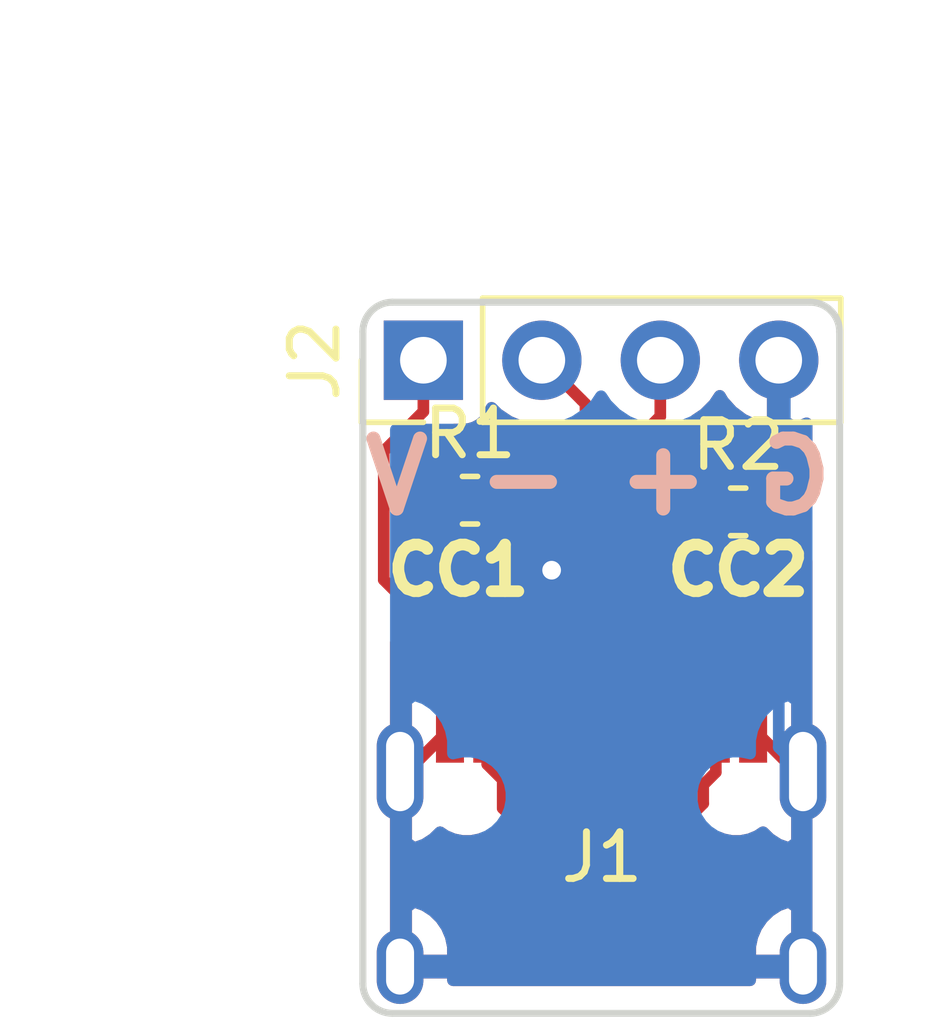
<source format=kicad_pcb>
(kicad_pcb (version 20171130) (host pcbnew "(5.1.5)-2")

  (general
    (thickness 1.6)
    (drawings 11)
    (tracks 59)
    (zones 0)
    (modules 4)
    (nets 9)
  )

  (page A4)
  (layers
    (0 F.Cu signal)
    (31 B.Cu signal)
    (32 B.Adhes user)
    (33 F.Adhes user)
    (34 B.Paste user)
    (35 F.Paste user)
    (36 B.SilkS user)
    (37 F.SilkS user)
    (38 B.Mask user)
    (39 F.Mask user hide)
    (40 Dwgs.User user)
    (41 Cmts.User user)
    (42 Eco1.User user)
    (43 Eco2.User user)
    (44 Edge.Cuts user)
    (45 Margin user)
    (46 B.CrtYd user)
    (47 F.CrtYd user)
    (48 B.Fab user)
    (49 F.Fab user)
  )

  (setup
    (last_trace_width 0.25)
    (trace_clearance 0.2)
    (zone_clearance 0.508)
    (zone_45_only no)
    (trace_min 0.2)
    (via_size 0.8)
    (via_drill 0.4)
    (via_min_size 0.4)
    (via_min_drill 0.3)
    (uvia_size 0.3)
    (uvia_drill 0.1)
    (uvias_allowed no)
    (uvia_min_size 0.2)
    (uvia_min_drill 0.1)
    (edge_width 0.15)
    (segment_width 0.2)
    (pcb_text_width 0.3)
    (pcb_text_size 1.5 1.5)
    (mod_edge_width 0.15)
    (mod_text_size 1 1)
    (mod_text_width 0.15)
    (pad_size 1 1.6)
    (pad_drill 0.6)
    (pad_to_mask_clearance 0.0508)
    (solder_mask_min_width 0.2032)
    (aux_axis_origin 0 0)
    (visible_elements 7FFFFFFF)
    (pcbplotparams
      (layerselection 0x010f0_ffffffff)
      (usegerberextensions true)
      (usegerberattributes false)
      (usegerberadvancedattributes false)
      (creategerberjobfile false)
      (excludeedgelayer true)
      (linewidth 0.100000)
      (plotframeref false)
      (viasonmask false)
      (mode 1)
      (useauxorigin false)
      (hpglpennumber 1)
      (hpglpenspeed 20)
      (hpglpendiameter 15.000000)
      (psnegative false)
      (psa4output false)
      (plotreference true)
      (plotvalue true)
      (plotinvisibletext false)
      (padsonsilk false)
      (subtractmaskfromsilk false)
      (outputformat 1)
      (mirror false)
      (drillshape 0)
      (scaleselection 1)
      (outputdirectory "gerber/"))
  )

  (net 0 "")
  (net 1 GND)
  (net 2 "Net-(J1-PadA4)")
  (net 3 "Net-(J1-PadA5)")
  (net 4 "Net-(J1-PadA6)")
  (net 5 "Net-(J1-PadA7)")
  (net 6 "Net-(J1-PadA8)")
  (net 7 "Net-(J1-PadB5)")
  (net 8 "Net-(J1-PadB8)")

  (net_class Default "This is the default net class."
    (clearance 0.2)
    (trace_width 0.25)
    (via_dia 0.8)
    (via_drill 0.4)
    (uvia_dia 0.3)
    (uvia_drill 0.1)
    (add_net GND)
    (add_net "Net-(J1-PadA4)")
    (add_net "Net-(J1-PadA5)")
    (add_net "Net-(J1-PadA6)")
    (add_net "Net-(J1-PadA7)")
    (add_net "Net-(J1-PadA8)")
    (add_net "Net-(J1-PadB5)")
    (add_net "Net-(J1-PadB8)")
  )

  (module Connector_PinHeader_2.54mm:PinHeader_1x04_P2.54mm_Vertical (layer F.Cu) (tedit 59FED5CC) (tstamp 5C4641F3)
    (at 125.25 81 90)
    (descr "Through hole straight pin header, 1x04, 2.54mm pitch, single row")
    (tags "Through hole pin header THT 1x04 2.54mm single row")
    (path /5C3A0378)
    (fp_text reference J2 (at 0 -2.33 90) (layer F.SilkS)
      (effects (font (size 1 1) (thickness 0.15)))
    )
    (fp_text value Conn_01x04_Female (at 0 9.95 90) (layer F.Fab)
      (effects (font (size 1 1) (thickness 0.15)))
    )
    (fp_line (start -0.635 -1.27) (end 1.27 -1.27) (layer F.Fab) (width 0.1))
    (fp_line (start 1.27 -1.27) (end 1.27 8.89) (layer F.Fab) (width 0.1))
    (fp_line (start 1.27 8.89) (end -1.27 8.89) (layer F.Fab) (width 0.1))
    (fp_line (start -1.27 8.89) (end -1.27 -0.635) (layer F.Fab) (width 0.1))
    (fp_line (start -1.27 -0.635) (end -0.635 -1.27) (layer F.Fab) (width 0.1))
    (fp_line (start -1.33 8.95) (end 1.33 8.95) (layer F.SilkS) (width 0.12))
    (fp_line (start -1.33 1.27) (end -1.33 8.95) (layer F.SilkS) (width 0.12))
    (fp_line (start 1.33 1.27) (end 1.33 8.95) (layer F.SilkS) (width 0.12))
    (fp_line (start -1.33 1.27) (end 1.33 1.27) (layer F.SilkS) (width 0.12))
    (fp_line (start -1.33 0) (end -1.33 -1.33) (layer F.SilkS) (width 0.12))
    (fp_line (start -1.33 -1.33) (end 0 -1.33) (layer F.SilkS) (width 0.12))
    (fp_line (start -1.8 -1.8) (end -1.8 9.4) (layer F.CrtYd) (width 0.05))
    (fp_line (start -1.8 9.4) (end 1.8 9.4) (layer F.CrtYd) (width 0.05))
    (fp_line (start 1.8 9.4) (end 1.8 -1.8) (layer F.CrtYd) (width 0.05))
    (fp_line (start 1.8 -1.8) (end -1.8 -1.8) (layer F.CrtYd) (width 0.05))
    (fp_text user %R (at 0 3.81 180) (layer F.Fab)
      (effects (font (size 1 1) (thickness 0.15)))
    )
    (pad 1 thru_hole rect (at 0 0 90) (size 1.7 1.7) (drill 1) (layers *.Cu *.Mask)
      (net 2 "Net-(J1-PadA4)"))
    (pad 2 thru_hole oval (at 0 2.54 90) (size 1.7 1.7) (drill 1) (layers *.Cu *.Mask)
      (net 5 "Net-(J1-PadA7)"))
    (pad 3 thru_hole oval (at 0 5.08 90) (size 1.7 1.7) (drill 1) (layers *.Cu *.Mask)
      (net 4 "Net-(J1-PadA6)"))
    (pad 4 thru_hole oval (at 0 7.62 90) (size 1.7 1.7) (drill 1) (layers *.Cu *.Mask)
      (net 1 GND))
    (model ${KISYS3DMOD}/Connector_PinHeader_2.54mm.3dshapes/PinHeader_1x04_P2.54mm_Vertical.wrl
      (at (xyz 0 0 0))
      (scale (xyz 1 1 1))
      (rotate (xyz 0 0 0))
    )
  )

  (module Resistor_SMD:R_0603_1608Metric (layer F.Cu) (tedit 5B301BBD) (tstamp 5C464204)
    (at 126.25 84)
    (descr "Resistor SMD 0603 (1608 Metric), square (rectangular) end terminal, IPC_7351 nominal, (Body size source: http://www.tortai-tech.com/upload/download/2011102023233369053.pdf), generated with kicad-footprint-generator")
    (tags resistor)
    (path /5C3A054B)
    (attr smd)
    (fp_text reference R1 (at 0 -1.43) (layer F.SilkS)
      (effects (font (size 1 1) (thickness 0.15)))
    )
    (fp_text value 5.1k (at 0 1.43) (layer F.Fab)
      (effects (font (size 1 1) (thickness 0.15)))
    )
    (fp_line (start -0.8 0.4) (end -0.8 -0.4) (layer F.Fab) (width 0.1))
    (fp_line (start -0.8 -0.4) (end 0.8 -0.4) (layer F.Fab) (width 0.1))
    (fp_line (start 0.8 -0.4) (end 0.8 0.4) (layer F.Fab) (width 0.1))
    (fp_line (start 0.8 0.4) (end -0.8 0.4) (layer F.Fab) (width 0.1))
    (fp_line (start -0.162779 -0.51) (end 0.162779 -0.51) (layer F.SilkS) (width 0.12))
    (fp_line (start -0.162779 0.51) (end 0.162779 0.51) (layer F.SilkS) (width 0.12))
    (fp_line (start -1.48 0.73) (end -1.48 -0.73) (layer F.CrtYd) (width 0.05))
    (fp_line (start -1.48 -0.73) (end 1.48 -0.73) (layer F.CrtYd) (width 0.05))
    (fp_line (start 1.48 -0.73) (end 1.48 0.73) (layer F.CrtYd) (width 0.05))
    (fp_line (start 1.48 0.73) (end -1.48 0.73) (layer F.CrtYd) (width 0.05))
    (fp_text user %R (at 0 0) (layer F.Fab)
      (effects (font (size 0.4 0.4) (thickness 0.06)))
    )
    (pad 1 smd roundrect (at -0.7875 0) (size 0.875 0.95) (layers F.Cu F.Paste F.Mask) (roundrect_rratio 0.25)
      (net 3 "Net-(J1-PadA5)"))
    (pad 2 smd roundrect (at 0.7875 0) (size 0.875 0.95) (layers F.Cu F.Paste F.Mask) (roundrect_rratio 0.25)
      (net 1 GND))
    (model ${KISYS3DMOD}/Resistor_SMD.3dshapes/R_0603_1608Metric.wrl
      (at (xyz 0 0 0))
      (scale (xyz 1 1 1))
      (rotate (xyz 0 0 0))
    )
  )

  (module Resistor_SMD:R_0603_1608Metric (layer F.Cu) (tedit 5B301BBD) (tstamp 5C464215)
    (at 132 84.25)
    (descr "Resistor SMD 0603 (1608 Metric), square (rectangular) end terminal, IPC_7351 nominal, (Body size source: http://www.tortai-tech.com/upload/download/2011102023233369053.pdf), generated with kicad-footprint-generator")
    (tags resistor)
    (path /5C3A05BA)
    (attr smd)
    (fp_text reference R2 (at 0 -1.43) (layer F.SilkS)
      (effects (font (size 1 1) (thickness 0.15)))
    )
    (fp_text value 5.1k (at 0 1.43) (layer F.Fab)
      (effects (font (size 1 1) (thickness 0.15)))
    )
    (fp_text user %R (at 0 0) (layer F.Fab)
      (effects (font (size 0.4 0.4) (thickness 0.06)))
    )
    (fp_line (start 1.48 0.73) (end -1.48 0.73) (layer F.CrtYd) (width 0.05))
    (fp_line (start 1.48 -0.73) (end 1.48 0.73) (layer F.CrtYd) (width 0.05))
    (fp_line (start -1.48 -0.73) (end 1.48 -0.73) (layer F.CrtYd) (width 0.05))
    (fp_line (start -1.48 0.73) (end -1.48 -0.73) (layer F.CrtYd) (width 0.05))
    (fp_line (start -0.162779 0.51) (end 0.162779 0.51) (layer F.SilkS) (width 0.12))
    (fp_line (start -0.162779 -0.51) (end 0.162779 -0.51) (layer F.SilkS) (width 0.12))
    (fp_line (start 0.8 0.4) (end -0.8 0.4) (layer F.Fab) (width 0.1))
    (fp_line (start 0.8 -0.4) (end 0.8 0.4) (layer F.Fab) (width 0.1))
    (fp_line (start -0.8 -0.4) (end 0.8 -0.4) (layer F.Fab) (width 0.1))
    (fp_line (start -0.8 0.4) (end -0.8 -0.4) (layer F.Fab) (width 0.1))
    (pad 2 smd roundrect (at 0.7875 0) (size 0.875 0.95) (layers F.Cu F.Paste F.Mask) (roundrect_rratio 0.25)
      (net 1 GND))
    (pad 1 smd roundrect (at -0.7875 0) (size 0.875 0.95) (layers F.Cu F.Paste F.Mask) (roundrect_rratio 0.25)
      (net 7 "Net-(J1-PadB5)"))
    (model ${KISYS3DMOD}/Resistor_SMD.3dshapes/R_0603_1608Metric.wrl
      (at (xyz 0 0 0))
      (scale (xyz 1 1 1))
      (rotate (xyz 0 0 0))
    )
  )

  (module misc_footprints:TYPE-C-31-M-12 (layer F.Cu) (tedit 5D75DCEA) (tstamp 5D826A9D)
    (at 129.07 88.9)
    (path /5D75DF33)
    (fp_text reference J1 (at 0.01016 2.75082) (layer F.SilkS)
      (effects (font (size 1 1) (thickness 0.15)))
    )
    (fp_text value USB_C_Receptacle_USB2.0 (at -2.8448 -3.63474) (layer F.Fab)
      (effects (font (size 1 1) (thickness 0.15)))
    )
    (pad A4|B9 smd rect (at -2.45 0) (size 0.6 1.45) (layers F.Cu F.Paste F.Mask)
      (net 2 "Net-(J1-PadA4)"))
    (pad B8 smd rect (at -1.75 0) (size 0.3 1.45) (layers F.Cu F.Paste F.Mask)
      (net 8 "Net-(J1-PadB8)"))
    (pad A5 smd rect (at -1.25 0) (size 0.3 1.45) (layers F.Cu F.Paste F.Mask)
      (net 3 "Net-(J1-PadA5)"))
    (pad B7 smd rect (at -0.75 0) (size 0.3 1.45) (layers F.Cu F.Paste F.Mask)
      (net 5 "Net-(J1-PadA7)"))
    (pad A6 smd rect (at -0.25 0) (size 0.3 1.45) (layers F.Cu F.Paste F.Mask)
      (net 4 "Net-(J1-PadA6)"))
    (pad A7 smd rect (at 0.25 0) (size 0.3 1.45) (layers F.Cu F.Paste F.Mask)
      (net 5 "Net-(J1-PadA7)"))
    (pad B6 smd rect (at 0.75 0) (size 0.3 1.45) (layers F.Cu F.Paste F.Mask)
      (net 4 "Net-(J1-PadA6)"))
    (pad A8 smd rect (at 1.25 0) (size 0.3 1.45) (layers F.Cu F.Paste F.Mask)
      (net 6 "Net-(J1-PadA8)"))
    (pad B5 smd rect (at 1.75 0) (size 0.3 1.45) (layers F.Cu F.Paste F.Mask)
      (net 7 "Net-(J1-PadB5)"))
    (pad B4|A9 smd rect (at 2.45 0) (size 0.6 1.45) (layers F.Cu F.Paste F.Mask)
      (net 2 "Net-(J1-PadA4)"))
    (pad B1|A12 smd rect (at 3.25 0) (size 0.6 1.45) (layers F.Cu F.Paste F.Mask)
      (net 1 GND))
    (pad A1|B12 smd rect (at -3.25 0) (size 0.6 1.45) (layers F.Cu F.Paste F.Mask)
      (net 1 GND))
    (pad GND thru_hole oval (at 4.32 5.095) (size 1 1.6) (drill oval 0.6 1.2) (layers *.Cu *.Mask)
      (net 1 GND))
    (pad GND thru_hole oval (at 4.32 0.915) (size 1 2.1) (drill oval 0.6 1.7) (layers *.Cu *.Mask)
      (net 1 GND))
    (pad GND thru_hole oval (at -4.32 0.915) (size 1 2.1) (drill oval 0.6 1.7) (layers *.Cu *.Mask)
      (net 1 GND))
    (pad GND thru_hole oval (at -4.32 5.095) (size 1 1.6) (drill oval 0.6 1.2) (layers *.Cu *.Mask)
      (net 1 GND))
    (pad "" np_thru_hole circle (at 2.89 1.445) (size 0.65 0.65) (drill 0.65) (layers *.Cu *.Mask))
    (pad "" np_thru_hole circle (at -2.89 1.445) (size 0.65 0.65) (drill 0.65) (layers *.Cu *.Mask))
  )

  (gr_arc (start 133.5405 80.391) (end 134.1755 80.391) (angle -90) (layer Edge.Cuts) (width 0.15) (tstamp 5D826E40))
  (gr_arc (start 124.587 80.391) (end 124.587 79.756) (angle -90) (layer Edge.Cuts) (width 0.15) (tstamp 5D826E40))
  (gr_arc (start 124.587 94.361) (end 123.952 94.361) (angle -90) (layer Edge.Cuts) (width 0.15) (tstamp 5D826E40))
  (gr_arc (start 133.5405 94.361) (end 133.5405 94.996) (angle -90) (layer Edge.Cuts) (width 0.15))
  (gr_line (start 133.5405 79.756) (end 124.587 79.756) (layer Edge.Cuts) (width 0.15))
  (gr_line (start 134.1755 94.361) (end 134.1755 80.391) (layer Edge.Cuts) (width 0.15))
  (gr_line (start 124.587 94.996) (end 133.5405 94.996) (layer Edge.Cuts) (width 0.15))
  (gr_line (start 123.952 80.391) (end 123.952 94.361) (layer Edge.Cuts) (width 0.15))
  (gr_text CC2 (at 132 85.5) (layer F.SilkS)
    (effects (font (size 1 1) (thickness 0.25)))
  )
  (gr_text CC1 (at 126 85.5) (layer F.SilkS)
    (effects (font (size 1 1) (thickness 0.25)))
  )
  (gr_text "G + - V" (at 129 83.5) (layer B.SilkS)
    (effects (font (size 1.5 1.5) (thickness 0.3)) (justify mirror))
  )

  (segment (start 132.87 84.1675) (end 132.7875 84.25) (width 0.25) (layer F.Cu) (net 1))
  (segment (start 132.87 81) (end 132.87 84.1675) (width 0.25) (layer F.Cu) (net 1))
  (segment (start 127.575 84) (end 128 84.425) (width 0.25) (layer F.Cu) (net 1))
  (segment (start 127.0375 84) (end 127.575 84) (width 0.25) (layer F.Cu) (net 1))
  (segment (start 128 84.425) (end 128 85.5) (width 0.25) (layer F.Cu) (net 1))
  (segment (start 128 85.5) (end 128 85.5) (width 0.25) (layer F.Cu) (net 1) (tstamp 5D826CEF))
  (via (at 128 85.5) (size 0.8) (drill 0.4) (layers F.Cu B.Cu) (net 1))
  (segment (start 128 85.5) (end 131.65 85.5) (width 0.25) (layer B.Cu) (net 1))
  (segment (start 132.87 84.28) (end 132.87 81) (width 0.25) (layer B.Cu) (net 1))
  (segment (start 131.65 85.5) (end 132.87 84.28) (width 0.25) (layer B.Cu) (net 1))
  (segment (start 132.87 89.295) (end 133.39 89.815) (width 0.25) (layer B.Cu) (net 1))
  (segment (start 132.87 81) (end 132.87 89.295) (width 0.25) (layer B.Cu) (net 1))
  (segment (start 133.39 91.115) (end 133.39 93.995) (width 0.25) (layer B.Cu) (net 1))
  (segment (start 133.39 89.815) (end 133.39 91.115) (width 0.25) (layer B.Cu) (net 1))
  (segment (start 124.75 91.115) (end 124.75 93.995) (width 0.25) (layer B.Cu) (net 1))
  (segment (start 124.75 89.815) (end 124.75 91.115) (width 0.25) (layer B.Cu) (net 1))
  (segment (start 124.75 93.995) (end 133.39 93.995) (width 0.25) (layer B.Cu) (net 1))
  (segment (start 133.235 89.815) (end 132.32 88.9) (width 0.25) (layer F.Cu) (net 1))
  (segment (start 133.39 89.815) (end 133.235 89.815) (width 0.25) (layer F.Cu) (net 1))
  (segment (start 124.905 89.815) (end 125.82 88.9) (width 0.25) (layer F.Cu) (net 1))
  (segment (start 124.75 89.815) (end 124.905 89.815) (width 0.25) (layer F.Cu) (net 1))
  (segment (start 126.62 89.660002) (end 126.62 88.9) (width 0.25) (layer F.Cu) (net 2))
  (segment (start 126.95 90.6) (end 126.95 89.990002) (width 0.25) (layer F.Cu) (net 2))
  (segment (start 126.95 89.990002) (end 126.62 89.660002) (width 0.25) (layer F.Cu) (net 2))
  (segment (start 131.52 89.83) (end 131.25 90.1) (width 0.25) (layer F.Cu) (net 2))
  (segment (start 131.52 88.9) (end 131.52 89.83) (width 0.25) (layer F.Cu) (net 2))
  (segment (start 131.25 90.1) (end 131.25 90.5) (width 0.25) (layer F.Cu) (net 2))
  (segment (start 131.25 90.5) (end 131 90.75) (width 0.25) (layer F.Cu) (net 2))
  (segment (start 127.1 90.75) (end 126.95 90.6) (width 0.25) (layer F.Cu) (net 2))
  (segment (start 131 90.75) (end 127.1 90.75) (width 0.25) (layer F.Cu) (net 2))
  (segment (start 126.62 87.925) (end 124.4 85.705) (width 0.25) (layer F.Cu) (net 2))
  (segment (start 126.62 88.9) (end 126.62 87.925) (width 0.25) (layer F.Cu) (net 2))
  (segment (start 125.25 82.1) (end 125.25 81) (width 0.25) (layer F.Cu) (net 2))
  (segment (start 124.4 82.95) (end 125.25 82.1) (width 0.25) (layer F.Cu) (net 2))
  (segment (start 124.4 85.705) (end 124.4 82.95) (width 0.25) (layer F.Cu) (net 2))
  (segment (start 127.82 88.9) (end 127.82 87.32) (width 0.25) (layer F.Cu) (net 3))
  (segment (start 127.82 87.32) (end 125.45 84.95) (width 0.25) (layer F.Cu) (net 3))
  (segment (start 125.4625 84.9375) (end 125.4625 84) (width 0.25) (layer F.Cu) (net 3))
  (segment (start 125.45 84.95) (end 125.4625 84.9375) (width 0.25) (layer F.Cu) (net 3))
  (segment (start 130.33 82.202081) (end 129.55 82.982081) (width 0.25) (layer F.Cu) (net 4))
  (segment (start 130.33 81) (end 130.33 82.202081) (width 0.25) (layer F.Cu) (net 4))
  (segment (start 129.55 82.982081) (end 129.55 86.65) (width 0.25) (layer F.Cu) (net 4))
  (segment (start 128.82 87.38) (end 128.82 88.9) (width 0.25) (layer F.Cu) (net 4))
  (segment (start 129.55 86.65) (end 128.82 87.38) (width 0.25) (layer F.Cu) (net 4))
  (segment (start 129.82 86.92) (end 129.82 88.9) (width 0.25) (layer F.Cu) (net 4))
  (segment (start 129.55 86.65) (end 129.82 86.92) (width 0.25) (layer F.Cu) (net 4))
  (segment (start 128.32 89.875) (end 128.595 90.15) (width 0.25) (layer F.Cu) (net 5))
  (segment (start 128.32 88.9) (end 128.32 89.875) (width 0.25) (layer F.Cu) (net 5))
  (segment (start 129.32 89.875) (end 129.32 88.9) (width 0.25) (layer F.Cu) (net 5))
  (segment (start 129.045 90.15) (end 129.32 89.875) (width 0.25) (layer F.Cu) (net 5))
  (segment (start 128.595 90.15) (end 129.045 90.15) (width 0.25) (layer F.Cu) (net 5))
  (segment (start 128.639999 81.849999) (end 127.79 81) (width 0.25) (layer F.Cu) (net 5))
  (segment (start 128.725001 81.935001) (end 128.639999 81.849999) (width 0.25) (layer F.Cu) (net 5))
  (segment (start 128.725001 85.848001) (end 128.725001 81.935001) (width 0.25) (layer F.Cu) (net 5))
  (segment (start 128.32 86.253002) (end 128.725001 85.848001) (width 0.25) (layer F.Cu) (net 5))
  (segment (start 128.32 88.9) (end 128.32 86.253002) (width 0.25) (layer F.Cu) (net 5))
  (segment (start 130.82 88.9) (end 130.82 86.98) (width 0.25) (layer F.Cu) (net 7))
  (segment (start 131.2125 86.5875) (end 131.2125 84.25) (width 0.25) (layer F.Cu) (net 7))
  (segment (start 130.82 86.98) (end 131.2125 86.5875) (width 0.25) (layer F.Cu) (net 7))

  (zone (net 1) (net_name GND) (layer F.Cu) (tstamp 5D8277F1) (hatch edge 0.508)
    (connect_pads (clearance 0.508))
    (min_thickness 0.254)
    (fill yes (arc_segments 32) (thermal_gap 0.508) (thermal_bridge_width 0.508) (smoothing chamfer))
    (polygon
      (pts
        (xy 123.6345 79.4385) (xy 134.493 79.502) (xy 134.493 95.25) (xy 123.571 95.25)
      )
    )
    (filled_polygon
      (pts
        (xy 132.997 80.873) (xy 133.017 80.873) (xy 133.017 81.127) (xy 132.997 81.127) (xy 132.997 82.320155)
        (xy 133.22689 82.441476) (xy 133.374099 82.396825) (xy 133.465501 82.353289) (xy 133.465501 83.184382) (xy 133.349482 83.149188)
        (xy 133.225 83.136928) (xy 133.07325 83.14) (xy 132.9145 83.29875) (xy 132.9145 84.123) (xy 132.9345 84.123)
        (xy 132.9345 84.377) (xy 132.9145 84.377) (xy 132.9145 85.20125) (xy 133.07325 85.36) (xy 133.225 85.363072)
        (xy 133.349482 85.350812) (xy 133.465501 85.315618) (xy 133.4655 94.142) (xy 133.263 94.142) (xy 133.263 94.122)
        (xy 132.255 94.122) (xy 132.255 94.286) (xy 125.885 94.286) (xy 125.885 94.122) (xy 124.877 94.122)
        (xy 124.877 94.142) (xy 124.662 94.142) (xy 124.662 92.727046) (xy 124.877 92.727046) (xy 124.877 93.868)
        (xy 125.885 93.868) (xy 125.885 93.568) (xy 132.255 93.568) (xy 132.255 93.868) (xy 133.263 93.868)
        (xy 133.263 92.727046) (xy 133.088126 92.600881) (xy 132.865024 92.680724) (xy 132.677236 92.802631) (xy 132.516839 92.958831)
        (xy 132.389997 93.143322) (xy 132.301585 93.349013) (xy 132.255 93.568) (xy 125.885 93.568) (xy 125.838415 93.349013)
        (xy 125.750003 93.143322) (xy 125.623161 92.958831) (xy 125.462764 92.802631) (xy 125.274976 92.680724) (xy 125.051874 92.600881)
        (xy 124.877 92.727046) (xy 124.662 92.727046) (xy 124.662 87.041801) (xy 125.230123 87.609924) (xy 125.165506 87.644463)
        (xy 125.068815 87.723815) (xy 124.989463 87.820506) (xy 124.930498 87.93082) (xy 124.894188 88.050518) (xy 124.881928 88.175)
        (xy 124.882753 88.292896) (xy 124.877 88.297046) (xy 124.877 89.688) (xy 124.888133 89.688) (xy 124.894188 89.749482)
        (xy 124.897 89.758752) (xy 124.897 89.942) (xy 124.877 89.942) (xy 124.877 91.332954) (xy 125.051874 91.459119)
        (xy 125.274976 91.379276) (xy 125.462764 91.257369) (xy 125.607116 91.116794) (xy 125.725269 91.195741) (xy 125.899978 91.268108)
        (xy 126.085448 91.305) (xy 126.274552 91.305) (xy 126.460022 91.268108) (xy 126.518913 91.243714) (xy 126.536196 91.260997)
        (xy 126.559999 91.290001) (xy 126.675724 91.384974) (xy 126.807753 91.455546) (xy 126.951014 91.499003) (xy 127.062667 91.51)
        (xy 127.062676 91.51) (xy 127.099999 91.513676) (xy 127.137322 91.51) (xy 130.962678 91.51) (xy 131 91.513676)
        (xy 131.037322 91.51) (xy 131.037333 91.51) (xy 131.148986 91.499003) (xy 131.292247 91.455546) (xy 131.424276 91.384974)
        (xy 131.540001 91.290001) (xy 131.563803 91.260998) (xy 131.592803 91.231999) (xy 131.679978 91.268108) (xy 131.865448 91.305)
        (xy 132.054552 91.305) (xy 132.240022 91.268108) (xy 132.414731 91.195741) (xy 132.532884 91.116794) (xy 132.677236 91.257369)
        (xy 132.865024 91.379276) (xy 133.088126 91.459119) (xy 133.263 91.332954) (xy 133.263 89.942) (xy 133.243 89.942)
        (xy 133.243 89.758752) (xy 133.245812 89.749482) (xy 133.251867 89.688) (xy 133.263 89.688) (xy 133.263 88.297046)
        (xy 133.257247 88.292896) (xy 133.258072 88.175) (xy 133.245812 88.050518) (xy 133.209502 87.93082) (xy 133.150537 87.820506)
        (xy 133.071185 87.723815) (xy 132.974494 87.644463) (xy 132.86418 87.585498) (xy 132.744482 87.549188) (xy 132.62 87.536928)
        (xy 132.60575 87.54) (xy 132.447 87.69875) (xy 132.447 88.06258) (xy 132.445812 88.050518) (xy 132.409502 87.93082)
        (xy 132.350537 87.820506) (xy 132.271185 87.723815) (xy 132.174494 87.644463) (xy 132.097625 87.603375) (xy 132.03425 87.54)
        (xy 132.02 87.536928) (xy 131.92 87.546777) (xy 131.82 87.536928) (xy 131.58 87.536928) (xy 131.58 87.294801)
        (xy 131.723498 87.151303) (xy 131.752501 87.127501) (xy 131.847474 87.011776) (xy 131.918046 86.879747) (xy 131.961503 86.736486)
        (xy 131.9725 86.624833) (xy 131.9725 86.624823) (xy 131.976176 86.5875) (xy 131.9725 86.550177) (xy 131.9725 85.236657)
        (xy 131.995506 85.255537) (xy 132.10582 85.314502) (xy 132.225518 85.350812) (xy 132.35 85.363072) (xy 132.50175 85.36)
        (xy 132.6605 85.20125) (xy 132.6605 84.377) (xy 132.6405 84.377) (xy 132.6405 84.123) (xy 132.6605 84.123)
        (xy 132.6605 83.29875) (xy 132.50175 83.14) (xy 132.35 83.136928) (xy 132.225518 83.149188) (xy 132.10582 83.185498)
        (xy 131.995506 83.244463) (xy 131.92893 83.2991) (xy 131.907275 83.281329) (xy 131.759142 83.20215) (xy 131.598408 83.153392)
        (xy 131.43125 83.136928) (xy 130.99375 83.136928) (xy 130.826592 83.153392) (xy 130.665858 83.20215) (xy 130.517725 83.281329)
        (xy 130.387885 83.387885) (xy 130.31 83.482789) (xy 130.31 83.296882) (xy 130.841002 82.76588) (xy 130.870001 82.742082)
        (xy 130.964974 82.626357) (xy 131.035546 82.494328) (xy 131.079003 82.351067) (xy 131.085913 82.280909) (xy 131.276632 82.153475)
        (xy 131.483475 81.946632) (xy 131.605195 81.764466) (xy 131.674822 81.881355) (xy 131.869731 82.097588) (xy 132.10308 82.271641)
        (xy 132.365901 82.396825) (xy 132.51311 82.441476) (xy 132.743 82.320155) (xy 132.743 81.127) (xy 132.723 81.127)
        (xy 132.723 80.873) (xy 132.743 80.873) (xy 132.743 80.853) (xy 132.997 80.853)
      )
    )
    (filled_polygon
      (pts
        (xy 126.843368 82.153475) (xy 127.086589 82.31599) (xy 127.356842 82.427932) (xy 127.64374 82.485) (xy 127.93626 82.485)
        (xy 127.965002 82.479283) (xy 127.965002 83.121113) (xy 127.926185 83.073815) (xy 127.829494 82.994463) (xy 127.71918 82.935498)
        (xy 127.599482 82.899188) (xy 127.475 82.886928) (xy 127.32325 82.89) (xy 127.1645 83.04875) (xy 127.1645 83.873)
        (xy 127.1845 83.873) (xy 127.1845 84.127) (xy 127.1645 84.127) (xy 127.1645 84.95125) (xy 127.32325 85.11)
        (xy 127.475 85.113072) (xy 127.599482 85.100812) (xy 127.71918 85.064502) (xy 127.829494 85.005537) (xy 127.926185 84.926185)
        (xy 127.965001 84.878887) (xy 127.965001 85.5332) (xy 127.808998 85.689203) (xy 127.78 85.713001) (xy 127.756202 85.741999)
        (xy 127.756201 85.742) (xy 127.685026 85.828726) (xy 127.614454 85.960756) (xy 127.603385 85.997247) (xy 127.596092 86.02129)
        (xy 126.68613 85.111328) (xy 126.75175 85.11) (xy 126.9105 84.95125) (xy 126.9105 84.127) (xy 126.8905 84.127)
        (xy 126.8905 83.873) (xy 126.9105 83.873) (xy 126.9105 83.04875) (xy 126.75175 82.89) (xy 126.6 82.886928)
        (xy 126.475518 82.899188) (xy 126.35582 82.935498) (xy 126.245506 82.994463) (xy 126.17893 83.0491) (xy 126.157275 83.031329)
        (xy 126.009142 82.95215) (xy 125.848408 82.903392) (xy 125.68125 82.886928) (xy 125.537874 82.886928) (xy 125.761004 82.663798)
        (xy 125.790001 82.640001) (xy 125.884974 82.524276) (xy 125.904326 82.488072) (xy 126.1 82.488072) (xy 126.224482 82.475812)
        (xy 126.34418 82.439502) (xy 126.454494 82.380537) (xy 126.551185 82.301185) (xy 126.630537 82.204494) (xy 126.689502 82.09418)
        (xy 126.711513 82.02162)
      )
    )
  )
  (zone (net 1) (net_name GND) (layer B.Cu) (tstamp 5D8277EE) (hatch edge 0.508)
    (connect_pads (clearance 0.508))
    (min_thickness 0.254)
    (fill yes (arc_segments 32) (thermal_gap 0.508) (thermal_bridge_width 0.508) (smoothing chamfer))
    (polygon
      (pts
        (xy 123.7615 79.502) (xy 134.493 79.502) (xy 134.366 95.1865) (xy 123.698 95.0595)
      )
    )
    (filled_polygon
      (pts
        (xy 132.997 80.873) (xy 133.017 80.873) (xy 133.017 81.127) (xy 132.997 81.127) (xy 132.997 82.320155)
        (xy 133.22689 82.441476) (xy 133.374099 82.396825) (xy 133.465501 82.353289) (xy 133.4655 94.142) (xy 133.263 94.142)
        (xy 133.263 94.122) (xy 132.255 94.122) (xy 132.255 94.286) (xy 125.885 94.286) (xy 125.885 94.122)
        (xy 124.877 94.122) (xy 124.877 94.142) (xy 124.662 94.142) (xy 124.662 92.727046) (xy 124.877 92.727046)
        (xy 124.877 93.868) (xy 125.885 93.868) (xy 125.885 93.568) (xy 132.255 93.568) (xy 132.255 93.868)
        (xy 133.263 93.868) (xy 133.263 92.727046) (xy 133.088126 92.600881) (xy 132.865024 92.680724) (xy 132.677236 92.802631)
        (xy 132.516839 92.958831) (xy 132.389997 93.143322) (xy 132.301585 93.349013) (xy 132.255 93.568) (xy 125.885 93.568)
        (xy 125.838415 93.349013) (xy 125.750003 93.143322) (xy 125.623161 92.958831) (xy 125.462764 92.802631) (xy 125.274976 92.680724)
        (xy 125.051874 92.600881) (xy 124.877 92.727046) (xy 124.662 92.727046) (xy 124.662 88.297046) (xy 124.877 88.297046)
        (xy 124.877 89.688) (xy 124.897 89.688) (xy 124.897 89.942) (xy 124.877 89.942) (xy 124.877 91.332954)
        (xy 125.051874 91.459119) (xy 125.274976 91.379276) (xy 125.462764 91.257369) (xy 125.607116 91.116794) (xy 125.725269 91.195741)
        (xy 125.899978 91.268108) (xy 126.085448 91.305) (xy 126.274552 91.305) (xy 126.460022 91.268108) (xy 126.634731 91.195741)
        (xy 126.791964 91.090681) (xy 126.925681 90.956964) (xy 127.030741 90.799731) (xy 127.103108 90.625022) (xy 127.14 90.439552)
        (xy 127.14 90.250448) (xy 131 90.250448) (xy 131 90.439552) (xy 131.036892 90.625022) (xy 131.109259 90.799731)
        (xy 131.214319 90.956964) (xy 131.348036 91.090681) (xy 131.505269 91.195741) (xy 131.679978 91.268108) (xy 131.865448 91.305)
        (xy 132.054552 91.305) (xy 132.240022 91.268108) (xy 132.414731 91.195741) (xy 132.532884 91.116794) (xy 132.677236 91.257369)
        (xy 132.865024 91.379276) (xy 133.088126 91.459119) (xy 133.263 91.332954) (xy 133.263 89.942) (xy 133.243 89.942)
        (xy 133.243 89.688) (xy 133.263 89.688) (xy 133.263 88.297046) (xy 133.088126 88.170881) (xy 132.865024 88.250724)
        (xy 132.677236 88.372631) (xy 132.516839 88.528831) (xy 132.389997 88.713322) (xy 132.301585 88.919013) (xy 132.255 89.138)
        (xy 132.255 89.428096) (xy 132.240022 89.421892) (xy 132.054552 89.385) (xy 131.865448 89.385) (xy 131.679978 89.421892)
        (xy 131.505269 89.494259) (xy 131.348036 89.599319) (xy 131.214319 89.733036) (xy 131.109259 89.890269) (xy 131.036892 90.064978)
        (xy 131 90.250448) (xy 127.14 90.250448) (xy 127.103108 90.064978) (xy 127.030741 89.890269) (xy 126.925681 89.733036)
        (xy 126.791964 89.599319) (xy 126.634731 89.494259) (xy 126.460022 89.421892) (xy 126.274552 89.385) (xy 126.085448 89.385)
        (xy 125.899978 89.421892) (xy 125.885 89.428096) (xy 125.885 89.138) (xy 125.838415 88.919013) (xy 125.750003 88.713322)
        (xy 125.623161 88.528831) (xy 125.462764 88.372631) (xy 125.274976 88.250724) (xy 125.051874 88.170881) (xy 124.877 88.297046)
        (xy 124.662 88.297046) (xy 124.662 82.488072) (xy 126.1 82.488072) (xy 126.224482 82.475812) (xy 126.34418 82.439502)
        (xy 126.454494 82.380537) (xy 126.551185 82.301185) (xy 126.630537 82.204494) (xy 126.689502 82.09418) (xy 126.711513 82.02162)
        (xy 126.843368 82.153475) (xy 127.086589 82.31599) (xy 127.356842 82.427932) (xy 127.64374 82.485) (xy 127.93626 82.485)
        (xy 128.223158 82.427932) (xy 128.493411 82.31599) (xy 128.736632 82.153475) (xy 128.943475 81.946632) (xy 129.06 81.77224)
        (xy 129.176525 81.946632) (xy 129.383368 82.153475) (xy 129.626589 82.31599) (xy 129.896842 82.427932) (xy 130.18374 82.485)
        (xy 130.47626 82.485) (xy 130.763158 82.427932) (xy 131.033411 82.31599) (xy 131.276632 82.153475) (xy 131.483475 81.946632)
        (xy 131.605195 81.764466) (xy 131.674822 81.881355) (xy 131.869731 82.097588) (xy 132.10308 82.271641) (xy 132.365901 82.396825)
        (xy 132.51311 82.441476) (xy 132.743 82.320155) (xy 132.743 81.127) (xy 132.723 81.127) (xy 132.723 80.873)
        (xy 132.743 80.873) (xy 132.743 80.853) (xy 132.997 80.853)
      )
    )
  )
)

</source>
